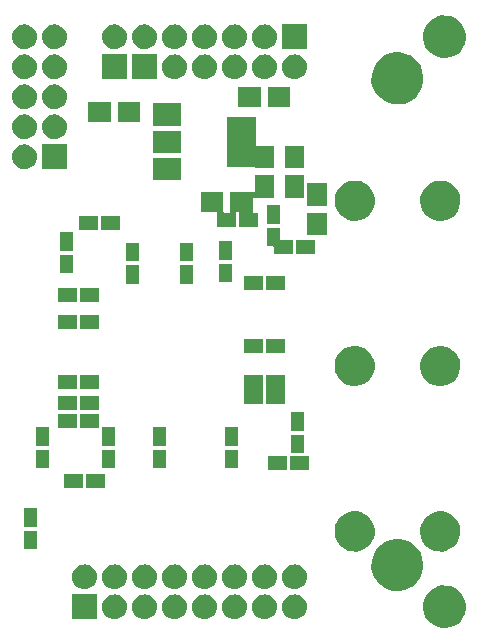
<source format=gts>
G04 #@! TF.FileFunction,Soldermask,Top*
%FSLAX46Y46*%
G04 Gerber Fmt 4.6, Leading zero omitted, Abs format (unit mm)*
G04 Created by KiCad (PCBNEW 4.0.4-stable) date 11/01/17 12:47:17*
%MOMM*%
%LPD*%
G01*
G04 APERTURE LIST*
%ADD10C,0.100000*%
G04 APERTURE END LIST*
D10*
G36*
X155129062Y-120121196D02*
X155474854Y-120192176D01*
X155800267Y-120328967D01*
X156092916Y-120526362D01*
X156341655Y-120776842D01*
X156536997Y-121070858D01*
X156671517Y-121397225D01*
X156739944Y-121742811D01*
X156739944Y-121742828D01*
X156740077Y-121743501D01*
X156734447Y-122146691D01*
X156734295Y-122147359D01*
X156734295Y-122147378D01*
X156656245Y-122490916D01*
X156512666Y-122813400D01*
X156309186Y-123101852D01*
X156053557Y-123345285D01*
X155755504Y-123534434D01*
X155426403Y-123662084D01*
X155078761Y-123723383D01*
X154725841Y-123715990D01*
X154381076Y-123640188D01*
X154057602Y-123498866D01*
X153767738Y-123297406D01*
X153522524Y-123043479D01*
X153331300Y-122746758D01*
X153201353Y-122418548D01*
X153137630Y-122071348D01*
X153142558Y-121718387D01*
X153215951Y-121373101D01*
X153355013Y-121048643D01*
X153554446Y-120757380D01*
X153806653Y-120510400D01*
X154102028Y-120317112D01*
X154429323Y-120184876D01*
X154776071Y-120118730D01*
X155129062Y-120121196D01*
X155129062Y-120121196D01*
G37*
G36*
X127211034Y-120886351D02*
X127211052Y-120886357D01*
X127211132Y-120886365D01*
X127406891Y-120946963D01*
X127587153Y-121044430D01*
X127745049Y-121175053D01*
X127874567Y-121333858D01*
X127970773Y-121514795D01*
X128030003Y-121710973D01*
X128050000Y-121914919D01*
X128050000Y-121925154D01*
X128049927Y-121935685D01*
X128049926Y-121935692D01*
X128049898Y-121939741D01*
X128027055Y-122143388D01*
X127965092Y-122338720D01*
X127866369Y-122518296D01*
X127734647Y-122675277D01*
X127574941Y-122803684D01*
X127393337Y-122898624D01*
X127196750Y-122956483D01*
X127196680Y-122956489D01*
X127196661Y-122956495D01*
X126992675Y-122975059D01*
X126788966Y-122953649D01*
X126788948Y-122953643D01*
X126788868Y-122953635D01*
X126593109Y-122893037D01*
X126412847Y-122795570D01*
X126254951Y-122664947D01*
X126125433Y-122506142D01*
X126029227Y-122325205D01*
X125969997Y-122129027D01*
X125950000Y-121925081D01*
X125950000Y-121914846D01*
X125950073Y-121904315D01*
X125950074Y-121904308D01*
X125950102Y-121900259D01*
X125972945Y-121696612D01*
X126034908Y-121501280D01*
X126133631Y-121321704D01*
X126265353Y-121164723D01*
X126425059Y-121036316D01*
X126606663Y-120941376D01*
X126803250Y-120883517D01*
X126803320Y-120883511D01*
X126803339Y-120883505D01*
X127007325Y-120864941D01*
X127211034Y-120886351D01*
X127211034Y-120886351D01*
G37*
G36*
X137371034Y-120886351D02*
X137371052Y-120886357D01*
X137371132Y-120886365D01*
X137566891Y-120946963D01*
X137747153Y-121044430D01*
X137905049Y-121175053D01*
X138034567Y-121333858D01*
X138130773Y-121514795D01*
X138190003Y-121710973D01*
X138210000Y-121914919D01*
X138210000Y-121925154D01*
X138209927Y-121935685D01*
X138209926Y-121935692D01*
X138209898Y-121939741D01*
X138187055Y-122143388D01*
X138125092Y-122338720D01*
X138026369Y-122518296D01*
X137894647Y-122675277D01*
X137734941Y-122803684D01*
X137553337Y-122898624D01*
X137356750Y-122956483D01*
X137356680Y-122956489D01*
X137356661Y-122956495D01*
X137152675Y-122975059D01*
X136948966Y-122953649D01*
X136948948Y-122953643D01*
X136948868Y-122953635D01*
X136753109Y-122893037D01*
X136572847Y-122795570D01*
X136414951Y-122664947D01*
X136285433Y-122506142D01*
X136189227Y-122325205D01*
X136129997Y-122129027D01*
X136110000Y-121925081D01*
X136110000Y-121914846D01*
X136110073Y-121904315D01*
X136110074Y-121904308D01*
X136110102Y-121900259D01*
X136132945Y-121696612D01*
X136194908Y-121501280D01*
X136293631Y-121321704D01*
X136425353Y-121164723D01*
X136585059Y-121036316D01*
X136766663Y-120941376D01*
X136963250Y-120883517D01*
X136963320Y-120883511D01*
X136963339Y-120883505D01*
X137167325Y-120864941D01*
X137371034Y-120886351D01*
X137371034Y-120886351D01*
G37*
G36*
X129751034Y-120886351D02*
X129751052Y-120886357D01*
X129751132Y-120886365D01*
X129946891Y-120946963D01*
X130127153Y-121044430D01*
X130285049Y-121175053D01*
X130414567Y-121333858D01*
X130510773Y-121514795D01*
X130570003Y-121710973D01*
X130590000Y-121914919D01*
X130590000Y-121925154D01*
X130589927Y-121935685D01*
X130589926Y-121935692D01*
X130589898Y-121939741D01*
X130567055Y-122143388D01*
X130505092Y-122338720D01*
X130406369Y-122518296D01*
X130274647Y-122675277D01*
X130114941Y-122803684D01*
X129933337Y-122898624D01*
X129736750Y-122956483D01*
X129736680Y-122956489D01*
X129736661Y-122956495D01*
X129532675Y-122975059D01*
X129328966Y-122953649D01*
X129328948Y-122953643D01*
X129328868Y-122953635D01*
X129133109Y-122893037D01*
X128952847Y-122795570D01*
X128794951Y-122664947D01*
X128665433Y-122506142D01*
X128569227Y-122325205D01*
X128509997Y-122129027D01*
X128490000Y-121925081D01*
X128490000Y-121914846D01*
X128490073Y-121904315D01*
X128490074Y-121904308D01*
X128490102Y-121900259D01*
X128512945Y-121696612D01*
X128574908Y-121501280D01*
X128673631Y-121321704D01*
X128805353Y-121164723D01*
X128965059Y-121036316D01*
X129146663Y-120941376D01*
X129343250Y-120883517D01*
X129343320Y-120883511D01*
X129343339Y-120883505D01*
X129547325Y-120864941D01*
X129751034Y-120886351D01*
X129751034Y-120886351D01*
G37*
G36*
X132291034Y-120886351D02*
X132291052Y-120886357D01*
X132291132Y-120886365D01*
X132486891Y-120946963D01*
X132667153Y-121044430D01*
X132825049Y-121175053D01*
X132954567Y-121333858D01*
X133050773Y-121514795D01*
X133110003Y-121710973D01*
X133130000Y-121914919D01*
X133130000Y-121925154D01*
X133129927Y-121935685D01*
X133129926Y-121935692D01*
X133129898Y-121939741D01*
X133107055Y-122143388D01*
X133045092Y-122338720D01*
X132946369Y-122518296D01*
X132814647Y-122675277D01*
X132654941Y-122803684D01*
X132473337Y-122898624D01*
X132276750Y-122956483D01*
X132276680Y-122956489D01*
X132276661Y-122956495D01*
X132072675Y-122975059D01*
X131868966Y-122953649D01*
X131868948Y-122953643D01*
X131868868Y-122953635D01*
X131673109Y-122893037D01*
X131492847Y-122795570D01*
X131334951Y-122664947D01*
X131205433Y-122506142D01*
X131109227Y-122325205D01*
X131049997Y-122129027D01*
X131030000Y-121925081D01*
X131030000Y-121914846D01*
X131030073Y-121904315D01*
X131030074Y-121904308D01*
X131030102Y-121900259D01*
X131052945Y-121696612D01*
X131114908Y-121501280D01*
X131213631Y-121321704D01*
X131345353Y-121164723D01*
X131505059Y-121036316D01*
X131686663Y-120941376D01*
X131883250Y-120883517D01*
X131883320Y-120883511D01*
X131883339Y-120883505D01*
X132087325Y-120864941D01*
X132291034Y-120886351D01*
X132291034Y-120886351D01*
G37*
G36*
X139911034Y-120886351D02*
X139911052Y-120886357D01*
X139911132Y-120886365D01*
X140106891Y-120946963D01*
X140287153Y-121044430D01*
X140445049Y-121175053D01*
X140574567Y-121333858D01*
X140670773Y-121514795D01*
X140730003Y-121710973D01*
X140750000Y-121914919D01*
X140750000Y-121925154D01*
X140749927Y-121935685D01*
X140749926Y-121935692D01*
X140749898Y-121939741D01*
X140727055Y-122143388D01*
X140665092Y-122338720D01*
X140566369Y-122518296D01*
X140434647Y-122675277D01*
X140274941Y-122803684D01*
X140093337Y-122898624D01*
X139896750Y-122956483D01*
X139896680Y-122956489D01*
X139896661Y-122956495D01*
X139692675Y-122975059D01*
X139488966Y-122953649D01*
X139488948Y-122953643D01*
X139488868Y-122953635D01*
X139293109Y-122893037D01*
X139112847Y-122795570D01*
X138954951Y-122664947D01*
X138825433Y-122506142D01*
X138729227Y-122325205D01*
X138669997Y-122129027D01*
X138650000Y-121925081D01*
X138650000Y-121914846D01*
X138650073Y-121904315D01*
X138650074Y-121904308D01*
X138650102Y-121900259D01*
X138672945Y-121696612D01*
X138734908Y-121501280D01*
X138833631Y-121321704D01*
X138965353Y-121164723D01*
X139125059Y-121036316D01*
X139306663Y-120941376D01*
X139503250Y-120883517D01*
X139503320Y-120883511D01*
X139503339Y-120883505D01*
X139707325Y-120864941D01*
X139911034Y-120886351D01*
X139911034Y-120886351D01*
G37*
G36*
X134831034Y-120886351D02*
X134831052Y-120886357D01*
X134831132Y-120886365D01*
X135026891Y-120946963D01*
X135207153Y-121044430D01*
X135365049Y-121175053D01*
X135494567Y-121333858D01*
X135590773Y-121514795D01*
X135650003Y-121710973D01*
X135670000Y-121914919D01*
X135670000Y-121925154D01*
X135669927Y-121935685D01*
X135669926Y-121935692D01*
X135669898Y-121939741D01*
X135647055Y-122143388D01*
X135585092Y-122338720D01*
X135486369Y-122518296D01*
X135354647Y-122675277D01*
X135194941Y-122803684D01*
X135013337Y-122898624D01*
X134816750Y-122956483D01*
X134816680Y-122956489D01*
X134816661Y-122956495D01*
X134612675Y-122975059D01*
X134408966Y-122953649D01*
X134408948Y-122953643D01*
X134408868Y-122953635D01*
X134213109Y-122893037D01*
X134032847Y-122795570D01*
X133874951Y-122664947D01*
X133745433Y-122506142D01*
X133649227Y-122325205D01*
X133589997Y-122129027D01*
X133570000Y-121925081D01*
X133570000Y-121914846D01*
X133570073Y-121904315D01*
X133570074Y-121904308D01*
X133570102Y-121900259D01*
X133592945Y-121696612D01*
X133654908Y-121501280D01*
X133753631Y-121321704D01*
X133885353Y-121164723D01*
X134045059Y-121036316D01*
X134226663Y-120941376D01*
X134423250Y-120883517D01*
X134423320Y-120883511D01*
X134423339Y-120883505D01*
X134627325Y-120864941D01*
X134831034Y-120886351D01*
X134831034Y-120886351D01*
G37*
G36*
X142451034Y-120886351D02*
X142451052Y-120886357D01*
X142451132Y-120886365D01*
X142646891Y-120946963D01*
X142827153Y-121044430D01*
X142985049Y-121175053D01*
X143114567Y-121333858D01*
X143210773Y-121514795D01*
X143270003Y-121710973D01*
X143290000Y-121914919D01*
X143290000Y-121925154D01*
X143289927Y-121935685D01*
X143289926Y-121935692D01*
X143289898Y-121939741D01*
X143267055Y-122143388D01*
X143205092Y-122338720D01*
X143106369Y-122518296D01*
X142974647Y-122675277D01*
X142814941Y-122803684D01*
X142633337Y-122898624D01*
X142436750Y-122956483D01*
X142436680Y-122956489D01*
X142436661Y-122956495D01*
X142232675Y-122975059D01*
X142028966Y-122953649D01*
X142028948Y-122953643D01*
X142028868Y-122953635D01*
X141833109Y-122893037D01*
X141652847Y-122795570D01*
X141494951Y-122664947D01*
X141365433Y-122506142D01*
X141269227Y-122325205D01*
X141209997Y-122129027D01*
X141190000Y-121925081D01*
X141190000Y-121914846D01*
X141190073Y-121904315D01*
X141190074Y-121904308D01*
X141190102Y-121900259D01*
X141212945Y-121696612D01*
X141274908Y-121501280D01*
X141373631Y-121321704D01*
X141505353Y-121164723D01*
X141665059Y-121036316D01*
X141846663Y-120941376D01*
X142043250Y-120883517D01*
X142043320Y-120883511D01*
X142043339Y-120883505D01*
X142247325Y-120864941D01*
X142451034Y-120886351D01*
X142451034Y-120886351D01*
G37*
G36*
X125510000Y-122970000D02*
X123410000Y-122970000D01*
X123410000Y-120870000D01*
X125510000Y-120870000D01*
X125510000Y-122970000D01*
X125510000Y-122970000D01*
G37*
G36*
X151196076Y-116191462D02*
X151618709Y-116278215D01*
X152016438Y-116445405D01*
X152374123Y-116686666D01*
X152678131Y-116992804D01*
X152916886Y-117352161D01*
X153081298Y-117751052D01*
X153164962Y-118173589D01*
X153164962Y-118173611D01*
X153165094Y-118174279D01*
X153158213Y-118667067D01*
X153158062Y-118667730D01*
X153158062Y-118667754D01*
X153062633Y-119087787D01*
X152887146Y-119481937D01*
X152638452Y-119834482D01*
X152326013Y-120132015D01*
X151961728Y-120363196D01*
X151559491Y-120519214D01*
X151134598Y-120594135D01*
X150703250Y-120585098D01*
X150281871Y-120492452D01*
X149886513Y-120319725D01*
X149532235Y-120073495D01*
X149232529Y-119763141D01*
X148998812Y-119400482D01*
X148839987Y-118999336D01*
X148762103Y-118574981D01*
X148768127Y-118143584D01*
X148857829Y-117721567D01*
X149027794Y-117325009D01*
X149271545Y-116969021D01*
X149579799Y-116667156D01*
X149940813Y-116430915D01*
X150340839Y-116269294D01*
X150764642Y-116188449D01*
X151196076Y-116191462D01*
X151196076Y-116191462D01*
G37*
G36*
X142451034Y-118346351D02*
X142451052Y-118346357D01*
X142451132Y-118346365D01*
X142646891Y-118406963D01*
X142827153Y-118504430D01*
X142985049Y-118635053D01*
X143114567Y-118793858D01*
X143210773Y-118974795D01*
X143270003Y-119170973D01*
X143290000Y-119374919D01*
X143290000Y-119385154D01*
X143289927Y-119395685D01*
X143289926Y-119395692D01*
X143289898Y-119399741D01*
X143267055Y-119603388D01*
X143205092Y-119798720D01*
X143106369Y-119978296D01*
X142974647Y-120135277D01*
X142814941Y-120263684D01*
X142633337Y-120358624D01*
X142436750Y-120416483D01*
X142436680Y-120416489D01*
X142436661Y-120416495D01*
X142232675Y-120435059D01*
X142028966Y-120413649D01*
X142028948Y-120413643D01*
X142028868Y-120413635D01*
X141833109Y-120353037D01*
X141652847Y-120255570D01*
X141494951Y-120124947D01*
X141365433Y-119966142D01*
X141269227Y-119785205D01*
X141209997Y-119589027D01*
X141190000Y-119385081D01*
X141190000Y-119374846D01*
X141190073Y-119364315D01*
X141190074Y-119364308D01*
X141190102Y-119360259D01*
X141212945Y-119156612D01*
X141274908Y-118961280D01*
X141373631Y-118781704D01*
X141505353Y-118624723D01*
X141665059Y-118496316D01*
X141846663Y-118401376D01*
X142043250Y-118343517D01*
X142043320Y-118343511D01*
X142043339Y-118343505D01*
X142247325Y-118324941D01*
X142451034Y-118346351D01*
X142451034Y-118346351D01*
G37*
G36*
X137371034Y-118346351D02*
X137371052Y-118346357D01*
X137371132Y-118346365D01*
X137566891Y-118406963D01*
X137747153Y-118504430D01*
X137905049Y-118635053D01*
X138034567Y-118793858D01*
X138130773Y-118974795D01*
X138190003Y-119170973D01*
X138210000Y-119374919D01*
X138210000Y-119385154D01*
X138209927Y-119395685D01*
X138209926Y-119395692D01*
X138209898Y-119399741D01*
X138187055Y-119603388D01*
X138125092Y-119798720D01*
X138026369Y-119978296D01*
X137894647Y-120135277D01*
X137734941Y-120263684D01*
X137553337Y-120358624D01*
X137356750Y-120416483D01*
X137356680Y-120416489D01*
X137356661Y-120416495D01*
X137152675Y-120435059D01*
X136948966Y-120413649D01*
X136948948Y-120413643D01*
X136948868Y-120413635D01*
X136753109Y-120353037D01*
X136572847Y-120255570D01*
X136414951Y-120124947D01*
X136285433Y-119966142D01*
X136189227Y-119785205D01*
X136129997Y-119589027D01*
X136110000Y-119385081D01*
X136110000Y-119374846D01*
X136110073Y-119364315D01*
X136110074Y-119364308D01*
X136110102Y-119360259D01*
X136132945Y-119156612D01*
X136194908Y-118961280D01*
X136293631Y-118781704D01*
X136425353Y-118624723D01*
X136585059Y-118496316D01*
X136766663Y-118401376D01*
X136963250Y-118343517D01*
X136963320Y-118343511D01*
X136963339Y-118343505D01*
X137167325Y-118324941D01*
X137371034Y-118346351D01*
X137371034Y-118346351D01*
G37*
G36*
X139911034Y-118346351D02*
X139911052Y-118346357D01*
X139911132Y-118346365D01*
X140106891Y-118406963D01*
X140287153Y-118504430D01*
X140445049Y-118635053D01*
X140574567Y-118793858D01*
X140670773Y-118974795D01*
X140730003Y-119170973D01*
X140750000Y-119374919D01*
X140750000Y-119385154D01*
X140749927Y-119395685D01*
X140749926Y-119395692D01*
X140749898Y-119399741D01*
X140727055Y-119603388D01*
X140665092Y-119798720D01*
X140566369Y-119978296D01*
X140434647Y-120135277D01*
X140274941Y-120263684D01*
X140093337Y-120358624D01*
X139896750Y-120416483D01*
X139896680Y-120416489D01*
X139896661Y-120416495D01*
X139692675Y-120435059D01*
X139488966Y-120413649D01*
X139488948Y-120413643D01*
X139488868Y-120413635D01*
X139293109Y-120353037D01*
X139112847Y-120255570D01*
X138954951Y-120124947D01*
X138825433Y-119966142D01*
X138729227Y-119785205D01*
X138669997Y-119589027D01*
X138650000Y-119385081D01*
X138650000Y-119374846D01*
X138650073Y-119364315D01*
X138650074Y-119364308D01*
X138650102Y-119360259D01*
X138672945Y-119156612D01*
X138734908Y-118961280D01*
X138833631Y-118781704D01*
X138965353Y-118624723D01*
X139125059Y-118496316D01*
X139306663Y-118401376D01*
X139503250Y-118343517D01*
X139503320Y-118343511D01*
X139503339Y-118343505D01*
X139707325Y-118324941D01*
X139911034Y-118346351D01*
X139911034Y-118346351D01*
G37*
G36*
X134831034Y-118346351D02*
X134831052Y-118346357D01*
X134831132Y-118346365D01*
X135026891Y-118406963D01*
X135207153Y-118504430D01*
X135365049Y-118635053D01*
X135494567Y-118793858D01*
X135590773Y-118974795D01*
X135650003Y-119170973D01*
X135670000Y-119374919D01*
X135670000Y-119385154D01*
X135669927Y-119395685D01*
X135669926Y-119395692D01*
X135669898Y-119399741D01*
X135647055Y-119603388D01*
X135585092Y-119798720D01*
X135486369Y-119978296D01*
X135354647Y-120135277D01*
X135194941Y-120263684D01*
X135013337Y-120358624D01*
X134816750Y-120416483D01*
X134816680Y-120416489D01*
X134816661Y-120416495D01*
X134612675Y-120435059D01*
X134408966Y-120413649D01*
X134408948Y-120413643D01*
X134408868Y-120413635D01*
X134213109Y-120353037D01*
X134032847Y-120255570D01*
X133874951Y-120124947D01*
X133745433Y-119966142D01*
X133649227Y-119785205D01*
X133589997Y-119589027D01*
X133570000Y-119385081D01*
X133570000Y-119374846D01*
X133570073Y-119364315D01*
X133570074Y-119364308D01*
X133570102Y-119360259D01*
X133592945Y-119156612D01*
X133654908Y-118961280D01*
X133753631Y-118781704D01*
X133885353Y-118624723D01*
X134045059Y-118496316D01*
X134226663Y-118401376D01*
X134423250Y-118343517D01*
X134423320Y-118343511D01*
X134423339Y-118343505D01*
X134627325Y-118324941D01*
X134831034Y-118346351D01*
X134831034Y-118346351D01*
G37*
G36*
X132291034Y-118346351D02*
X132291052Y-118346357D01*
X132291132Y-118346365D01*
X132486891Y-118406963D01*
X132667153Y-118504430D01*
X132825049Y-118635053D01*
X132954567Y-118793858D01*
X133050773Y-118974795D01*
X133110003Y-119170973D01*
X133130000Y-119374919D01*
X133130000Y-119385154D01*
X133129927Y-119395685D01*
X133129926Y-119395692D01*
X133129898Y-119399741D01*
X133107055Y-119603388D01*
X133045092Y-119798720D01*
X132946369Y-119978296D01*
X132814647Y-120135277D01*
X132654941Y-120263684D01*
X132473337Y-120358624D01*
X132276750Y-120416483D01*
X132276680Y-120416489D01*
X132276661Y-120416495D01*
X132072675Y-120435059D01*
X131868966Y-120413649D01*
X131868948Y-120413643D01*
X131868868Y-120413635D01*
X131673109Y-120353037D01*
X131492847Y-120255570D01*
X131334951Y-120124947D01*
X131205433Y-119966142D01*
X131109227Y-119785205D01*
X131049997Y-119589027D01*
X131030000Y-119385081D01*
X131030000Y-119374846D01*
X131030073Y-119364315D01*
X131030074Y-119364308D01*
X131030102Y-119360259D01*
X131052945Y-119156612D01*
X131114908Y-118961280D01*
X131213631Y-118781704D01*
X131345353Y-118624723D01*
X131505059Y-118496316D01*
X131686663Y-118401376D01*
X131883250Y-118343517D01*
X131883320Y-118343511D01*
X131883339Y-118343505D01*
X132087325Y-118324941D01*
X132291034Y-118346351D01*
X132291034Y-118346351D01*
G37*
G36*
X129751034Y-118346351D02*
X129751052Y-118346357D01*
X129751132Y-118346365D01*
X129946891Y-118406963D01*
X130127153Y-118504430D01*
X130285049Y-118635053D01*
X130414567Y-118793858D01*
X130510773Y-118974795D01*
X130570003Y-119170973D01*
X130590000Y-119374919D01*
X130590000Y-119385154D01*
X130589927Y-119395685D01*
X130589926Y-119395692D01*
X130589898Y-119399741D01*
X130567055Y-119603388D01*
X130505092Y-119798720D01*
X130406369Y-119978296D01*
X130274647Y-120135277D01*
X130114941Y-120263684D01*
X129933337Y-120358624D01*
X129736750Y-120416483D01*
X129736680Y-120416489D01*
X129736661Y-120416495D01*
X129532675Y-120435059D01*
X129328966Y-120413649D01*
X129328948Y-120413643D01*
X129328868Y-120413635D01*
X129133109Y-120353037D01*
X128952847Y-120255570D01*
X128794951Y-120124947D01*
X128665433Y-119966142D01*
X128569227Y-119785205D01*
X128509997Y-119589027D01*
X128490000Y-119385081D01*
X128490000Y-119374846D01*
X128490073Y-119364315D01*
X128490074Y-119364308D01*
X128490102Y-119360259D01*
X128512945Y-119156612D01*
X128574908Y-118961280D01*
X128673631Y-118781704D01*
X128805353Y-118624723D01*
X128965059Y-118496316D01*
X129146663Y-118401376D01*
X129343250Y-118343517D01*
X129343320Y-118343511D01*
X129343339Y-118343505D01*
X129547325Y-118324941D01*
X129751034Y-118346351D01*
X129751034Y-118346351D01*
G37*
G36*
X127211034Y-118346351D02*
X127211052Y-118346357D01*
X127211132Y-118346365D01*
X127406891Y-118406963D01*
X127587153Y-118504430D01*
X127745049Y-118635053D01*
X127874567Y-118793858D01*
X127970773Y-118974795D01*
X128030003Y-119170973D01*
X128050000Y-119374919D01*
X128050000Y-119385154D01*
X128049927Y-119395685D01*
X128049926Y-119395692D01*
X128049898Y-119399741D01*
X128027055Y-119603388D01*
X127965092Y-119798720D01*
X127866369Y-119978296D01*
X127734647Y-120135277D01*
X127574941Y-120263684D01*
X127393337Y-120358624D01*
X127196750Y-120416483D01*
X127196680Y-120416489D01*
X127196661Y-120416495D01*
X126992675Y-120435059D01*
X126788966Y-120413649D01*
X126788948Y-120413643D01*
X126788868Y-120413635D01*
X126593109Y-120353037D01*
X126412847Y-120255570D01*
X126254951Y-120124947D01*
X126125433Y-119966142D01*
X126029227Y-119785205D01*
X125969997Y-119589027D01*
X125950000Y-119385081D01*
X125950000Y-119374846D01*
X125950073Y-119364315D01*
X125950074Y-119364308D01*
X125950102Y-119360259D01*
X125972945Y-119156612D01*
X126034908Y-118961280D01*
X126133631Y-118781704D01*
X126265353Y-118624723D01*
X126425059Y-118496316D01*
X126606663Y-118401376D01*
X126803250Y-118343517D01*
X126803320Y-118343511D01*
X126803339Y-118343505D01*
X127007325Y-118324941D01*
X127211034Y-118346351D01*
X127211034Y-118346351D01*
G37*
G36*
X124671034Y-118346351D02*
X124671052Y-118346357D01*
X124671132Y-118346365D01*
X124866891Y-118406963D01*
X125047153Y-118504430D01*
X125205049Y-118635053D01*
X125334567Y-118793858D01*
X125430773Y-118974795D01*
X125490003Y-119170973D01*
X125510000Y-119374919D01*
X125510000Y-119385154D01*
X125509927Y-119395685D01*
X125509926Y-119395692D01*
X125509898Y-119399741D01*
X125487055Y-119603388D01*
X125425092Y-119798720D01*
X125326369Y-119978296D01*
X125194647Y-120135277D01*
X125034941Y-120263684D01*
X124853337Y-120358624D01*
X124656750Y-120416483D01*
X124656680Y-120416489D01*
X124656661Y-120416495D01*
X124452675Y-120435059D01*
X124248966Y-120413649D01*
X124248948Y-120413643D01*
X124248868Y-120413635D01*
X124053109Y-120353037D01*
X123872847Y-120255570D01*
X123714951Y-120124947D01*
X123585433Y-119966142D01*
X123489227Y-119785205D01*
X123429997Y-119589027D01*
X123410000Y-119385081D01*
X123410000Y-119374846D01*
X123410073Y-119364315D01*
X123410074Y-119364308D01*
X123410102Y-119360259D01*
X123432945Y-119156612D01*
X123494908Y-118961280D01*
X123593631Y-118781704D01*
X123725353Y-118624723D01*
X123885059Y-118496316D01*
X124066663Y-118401376D01*
X124263250Y-118343517D01*
X124263320Y-118343511D01*
X124263339Y-118343505D01*
X124467325Y-118324941D01*
X124671034Y-118346351D01*
X124671034Y-118346351D01*
G37*
G36*
X147518559Y-113841129D02*
X147845140Y-113908166D01*
X148152475Y-114037358D01*
X148428869Y-114223788D01*
X148663783Y-114460348D01*
X148848275Y-114738033D01*
X148975322Y-115046272D01*
X149039940Y-115372614D01*
X149039940Y-115372633D01*
X149040073Y-115373306D01*
X149034756Y-115754097D01*
X149034604Y-115754765D01*
X149034604Y-115754784D01*
X148960898Y-116079203D01*
X148825298Y-116383763D01*
X148633120Y-116656194D01*
X148391692Y-116886101D01*
X148110200Y-117064743D01*
X147799379Y-117185302D01*
X147471052Y-117243195D01*
X147137739Y-117236213D01*
X146812127Y-117164622D01*
X146506624Y-117031152D01*
X146232864Y-116840883D01*
X146001273Y-116601064D01*
X145820674Y-116320828D01*
X145697943Y-116010849D01*
X145637761Y-115682941D01*
X145642416Y-115349588D01*
X145711731Y-115023484D01*
X145843068Y-114717052D01*
X146031422Y-114441970D01*
X146269614Y-114208714D01*
X146548586Y-114026160D01*
X146857693Y-113901272D01*
X147185178Y-113838801D01*
X147518559Y-113841129D01*
X147518559Y-113841129D01*
G37*
G36*
X154768559Y-113841129D02*
X155095140Y-113908166D01*
X155402475Y-114037358D01*
X155678869Y-114223788D01*
X155913783Y-114460348D01*
X156098275Y-114738033D01*
X156225322Y-115046272D01*
X156289940Y-115372614D01*
X156289940Y-115372633D01*
X156290073Y-115373306D01*
X156284756Y-115754097D01*
X156284604Y-115754765D01*
X156284604Y-115754784D01*
X156210898Y-116079203D01*
X156075298Y-116383763D01*
X155883120Y-116656194D01*
X155641692Y-116886101D01*
X155360200Y-117064743D01*
X155049379Y-117185302D01*
X154721052Y-117243195D01*
X154387739Y-117236213D01*
X154062127Y-117164622D01*
X153756624Y-117031152D01*
X153482864Y-116840883D01*
X153251273Y-116601064D01*
X153070674Y-116320828D01*
X152947943Y-116010849D01*
X152887761Y-115682941D01*
X152892416Y-115349588D01*
X152961731Y-115023484D01*
X153093068Y-114717052D01*
X153281422Y-114441970D01*
X153519614Y-114208714D01*
X153798586Y-114026160D01*
X154107693Y-113901272D01*
X154435178Y-113838801D01*
X154768559Y-113841129D01*
X154768559Y-113841129D01*
G37*
G36*
X120463000Y-117066000D02*
X119313000Y-117066000D01*
X119313000Y-115466000D01*
X120463000Y-115466000D01*
X120463000Y-117066000D01*
X120463000Y-117066000D01*
G37*
G36*
X120463000Y-115166000D02*
X119313000Y-115166000D01*
X119313000Y-113566000D01*
X120463000Y-113566000D01*
X120463000Y-115166000D01*
X120463000Y-115166000D01*
G37*
G36*
X124310000Y-111827000D02*
X122710000Y-111827000D01*
X122710000Y-110677000D01*
X124310000Y-110677000D01*
X124310000Y-111827000D01*
X124310000Y-111827000D01*
G37*
G36*
X126210000Y-111827000D02*
X124610000Y-111827000D01*
X124610000Y-110677000D01*
X126210000Y-110677000D01*
X126210000Y-111827000D01*
X126210000Y-111827000D01*
G37*
G36*
X141582000Y-110303000D02*
X139982000Y-110303000D01*
X139982000Y-109153000D01*
X141582000Y-109153000D01*
X141582000Y-110303000D01*
X141582000Y-110303000D01*
G37*
G36*
X143482000Y-110303000D02*
X141882000Y-110303000D01*
X141882000Y-109153000D01*
X143482000Y-109153000D01*
X143482000Y-110303000D01*
X143482000Y-110303000D01*
G37*
G36*
X121479000Y-110208000D02*
X120329000Y-110208000D01*
X120329000Y-108608000D01*
X121479000Y-108608000D01*
X121479000Y-110208000D01*
X121479000Y-110208000D01*
G37*
G36*
X131385000Y-110208000D02*
X130235000Y-110208000D01*
X130235000Y-108608000D01*
X131385000Y-108608000D01*
X131385000Y-110208000D01*
X131385000Y-110208000D01*
G37*
G36*
X127067000Y-110208000D02*
X125917000Y-110208000D01*
X125917000Y-108608000D01*
X127067000Y-108608000D01*
X127067000Y-110208000D01*
X127067000Y-110208000D01*
G37*
G36*
X137481000Y-110208000D02*
X136331000Y-110208000D01*
X136331000Y-108608000D01*
X137481000Y-108608000D01*
X137481000Y-110208000D01*
X137481000Y-110208000D01*
G37*
G36*
X143069000Y-108938000D02*
X141919000Y-108938000D01*
X141919000Y-107338000D01*
X143069000Y-107338000D01*
X143069000Y-108938000D01*
X143069000Y-108938000D01*
G37*
G36*
X121479000Y-108308000D02*
X120329000Y-108308000D01*
X120329000Y-106708000D01*
X121479000Y-106708000D01*
X121479000Y-108308000D01*
X121479000Y-108308000D01*
G37*
G36*
X131385000Y-108308000D02*
X130235000Y-108308000D01*
X130235000Y-106708000D01*
X131385000Y-106708000D01*
X131385000Y-108308000D01*
X131385000Y-108308000D01*
G37*
G36*
X137481000Y-108308000D02*
X136331000Y-108308000D01*
X136331000Y-106708000D01*
X137481000Y-106708000D01*
X137481000Y-108308000D01*
X137481000Y-108308000D01*
G37*
G36*
X127067000Y-108308000D02*
X125917000Y-108308000D01*
X125917000Y-106708000D01*
X127067000Y-106708000D01*
X127067000Y-108308000D01*
X127067000Y-108308000D01*
G37*
G36*
X143069000Y-107038000D02*
X141919000Y-107038000D01*
X141919000Y-105438000D01*
X143069000Y-105438000D01*
X143069000Y-107038000D01*
X143069000Y-107038000D01*
G37*
G36*
X123802000Y-106747000D02*
X122202000Y-106747000D01*
X122202000Y-105597000D01*
X123802000Y-105597000D01*
X123802000Y-106747000D01*
X123802000Y-106747000D01*
G37*
G36*
X125702000Y-106747000D02*
X124102000Y-106747000D01*
X124102000Y-105597000D01*
X125702000Y-105597000D01*
X125702000Y-106747000D01*
X125702000Y-106747000D01*
G37*
G36*
X125702000Y-105223000D02*
X124102000Y-105223000D01*
X124102000Y-104073000D01*
X125702000Y-104073000D01*
X125702000Y-105223000D01*
X125702000Y-105223000D01*
G37*
G36*
X123802000Y-105223000D02*
X122202000Y-105223000D01*
X122202000Y-104073000D01*
X123802000Y-104073000D01*
X123802000Y-105223000D01*
X123802000Y-105223000D01*
G37*
G36*
X141450000Y-104715000D02*
X139850000Y-104715000D01*
X139850000Y-102295000D01*
X141450000Y-102295000D01*
X141450000Y-104715000D01*
X141450000Y-104715000D01*
G37*
G36*
X139550000Y-104715000D02*
X137950000Y-104715000D01*
X137950000Y-102295000D01*
X139550000Y-102295000D01*
X139550000Y-104715000D01*
X139550000Y-104715000D01*
G37*
G36*
X123802000Y-103445000D02*
X122202000Y-103445000D01*
X122202000Y-102295000D01*
X123802000Y-102295000D01*
X123802000Y-103445000D01*
X123802000Y-103445000D01*
G37*
G36*
X125702000Y-103445000D02*
X124102000Y-103445000D01*
X124102000Y-102295000D01*
X125702000Y-102295000D01*
X125702000Y-103445000D01*
X125702000Y-103445000D01*
G37*
G36*
X147518559Y-99841129D02*
X147845140Y-99908166D01*
X148152475Y-100037358D01*
X148428869Y-100223788D01*
X148663783Y-100460348D01*
X148848275Y-100738033D01*
X148975322Y-101046272D01*
X149039940Y-101372614D01*
X149039940Y-101372633D01*
X149040073Y-101373306D01*
X149034756Y-101754097D01*
X149034604Y-101754765D01*
X149034604Y-101754784D01*
X148960898Y-102079203D01*
X148825298Y-102383763D01*
X148633120Y-102656194D01*
X148391692Y-102886101D01*
X148110200Y-103064743D01*
X147799379Y-103185302D01*
X147471052Y-103243195D01*
X147137739Y-103236213D01*
X146812127Y-103164622D01*
X146506624Y-103031152D01*
X146232864Y-102840883D01*
X146001273Y-102601064D01*
X145820674Y-102320828D01*
X145697943Y-102010849D01*
X145637761Y-101682941D01*
X145642416Y-101349588D01*
X145711731Y-101023484D01*
X145843068Y-100717052D01*
X146031422Y-100441970D01*
X146269614Y-100208714D01*
X146548586Y-100026160D01*
X146857693Y-99901272D01*
X147185178Y-99838801D01*
X147518559Y-99841129D01*
X147518559Y-99841129D01*
G37*
G36*
X154768559Y-99841129D02*
X155095140Y-99908166D01*
X155402475Y-100037358D01*
X155678869Y-100223788D01*
X155913783Y-100460348D01*
X156098275Y-100738033D01*
X156225322Y-101046272D01*
X156289940Y-101372614D01*
X156289940Y-101372633D01*
X156290073Y-101373306D01*
X156284756Y-101754097D01*
X156284604Y-101754765D01*
X156284604Y-101754784D01*
X156210898Y-102079203D01*
X156075298Y-102383763D01*
X155883120Y-102656194D01*
X155641692Y-102886101D01*
X155360200Y-103064743D01*
X155049379Y-103185302D01*
X154721052Y-103243195D01*
X154387739Y-103236213D01*
X154062127Y-103164622D01*
X153756624Y-103031152D01*
X153482864Y-102840883D01*
X153251273Y-102601064D01*
X153070674Y-102320828D01*
X152947943Y-102010849D01*
X152887761Y-101682941D01*
X152892416Y-101349588D01*
X152961731Y-101023484D01*
X153093068Y-100717052D01*
X153281422Y-100441970D01*
X153519614Y-100208714D01*
X153798586Y-100026160D01*
X154107693Y-99901272D01*
X154435178Y-99838801D01*
X154768559Y-99841129D01*
X154768559Y-99841129D01*
G37*
G36*
X141450000Y-100397000D02*
X139850000Y-100397000D01*
X139850000Y-99247000D01*
X141450000Y-99247000D01*
X141450000Y-100397000D01*
X141450000Y-100397000D01*
G37*
G36*
X139550000Y-100397000D02*
X137950000Y-100397000D01*
X137950000Y-99247000D01*
X139550000Y-99247000D01*
X139550000Y-100397000D01*
X139550000Y-100397000D01*
G37*
G36*
X125702000Y-98365000D02*
X124102000Y-98365000D01*
X124102000Y-97215000D01*
X125702000Y-97215000D01*
X125702000Y-98365000D01*
X125702000Y-98365000D01*
G37*
G36*
X123802000Y-98365000D02*
X122202000Y-98365000D01*
X122202000Y-97215000D01*
X123802000Y-97215000D01*
X123802000Y-98365000D01*
X123802000Y-98365000D01*
G37*
G36*
X125702000Y-96079000D02*
X124102000Y-96079000D01*
X124102000Y-94929000D01*
X125702000Y-94929000D01*
X125702000Y-96079000D01*
X125702000Y-96079000D01*
G37*
G36*
X123802000Y-96079000D02*
X122202000Y-96079000D01*
X122202000Y-94929000D01*
X123802000Y-94929000D01*
X123802000Y-96079000D01*
X123802000Y-96079000D01*
G37*
G36*
X141450000Y-95063000D02*
X139850000Y-95063000D01*
X139850000Y-93913000D01*
X141450000Y-93913000D01*
X141450000Y-95063000D01*
X141450000Y-95063000D01*
G37*
G36*
X139550000Y-95063000D02*
X137950000Y-95063000D01*
X137950000Y-93913000D01*
X139550000Y-93913000D01*
X139550000Y-95063000D01*
X139550000Y-95063000D01*
G37*
G36*
X133671000Y-94587000D02*
X132521000Y-94587000D01*
X132521000Y-92987000D01*
X133671000Y-92987000D01*
X133671000Y-94587000D01*
X133671000Y-94587000D01*
G37*
G36*
X129099000Y-94587000D02*
X127949000Y-94587000D01*
X127949000Y-92987000D01*
X129099000Y-92987000D01*
X129099000Y-94587000D01*
X129099000Y-94587000D01*
G37*
G36*
X136973000Y-94460000D02*
X135823000Y-94460000D01*
X135823000Y-92860000D01*
X136973000Y-92860000D01*
X136973000Y-94460000D01*
X136973000Y-94460000D01*
G37*
G36*
X123511000Y-93698000D02*
X122361000Y-93698000D01*
X122361000Y-92098000D01*
X123511000Y-92098000D01*
X123511000Y-93698000D01*
X123511000Y-93698000D01*
G37*
G36*
X129099000Y-92687000D02*
X127949000Y-92687000D01*
X127949000Y-91087000D01*
X129099000Y-91087000D01*
X129099000Y-92687000D01*
X129099000Y-92687000D01*
G37*
G36*
X133671000Y-92687000D02*
X132521000Y-92687000D01*
X132521000Y-91087000D01*
X133671000Y-91087000D01*
X133671000Y-92687000D01*
X133671000Y-92687000D01*
G37*
G36*
X136973000Y-92560000D02*
X135823000Y-92560000D01*
X135823000Y-90960000D01*
X136973000Y-90960000D01*
X136973000Y-92560000D01*
X136973000Y-92560000D01*
G37*
G36*
X141037000Y-90765000D02*
X141040959Y-90792859D01*
X141052523Y-90818513D01*
X141070776Y-90839929D01*
X141094272Y-90855412D01*
X141121152Y-90863736D01*
X141137000Y-90865000D01*
X142090000Y-90865000D01*
X142090000Y-92015000D01*
X140490000Y-92015000D01*
X140490000Y-91512000D01*
X140486041Y-91484141D01*
X140474477Y-91458487D01*
X140456224Y-91437071D01*
X140432728Y-91421588D01*
X140405848Y-91413264D01*
X140390000Y-91412000D01*
X139887000Y-91412000D01*
X139887000Y-89812000D01*
X141037000Y-89812000D01*
X141037000Y-90765000D01*
X141037000Y-90765000D01*
G37*
G36*
X143990000Y-92015000D02*
X142390000Y-92015000D01*
X142390000Y-90865000D01*
X143990000Y-90865000D01*
X143990000Y-92015000D01*
X143990000Y-92015000D01*
G37*
G36*
X123511000Y-91798000D02*
X122361000Y-91798000D01*
X122361000Y-90198000D01*
X123511000Y-90198000D01*
X123511000Y-91798000D01*
X123511000Y-91798000D01*
G37*
G36*
X144970000Y-90465000D02*
X143320000Y-90465000D01*
X143320000Y-88565000D01*
X144970000Y-88565000D01*
X144970000Y-90465000D01*
X144970000Y-90465000D01*
G37*
G36*
X127480000Y-89983000D02*
X125880000Y-89983000D01*
X125880000Y-88833000D01*
X127480000Y-88833000D01*
X127480000Y-89983000D01*
X127480000Y-89983000D01*
G37*
G36*
X125580000Y-89983000D02*
X123980000Y-89983000D01*
X123980000Y-88833000D01*
X125580000Y-88833000D01*
X125580000Y-89983000D01*
X125580000Y-89983000D01*
G37*
G36*
X140525000Y-87290000D02*
X138825000Y-87290000D01*
X138797141Y-87293959D01*
X138771487Y-87305523D01*
X138750071Y-87323776D01*
X138734588Y-87347272D01*
X138726264Y-87374152D01*
X138725000Y-87390000D01*
X138725000Y-88479000D01*
X138728959Y-88506859D01*
X138740523Y-88532513D01*
X138758776Y-88553929D01*
X138782272Y-88569412D01*
X138809152Y-88577736D01*
X138825000Y-88579000D01*
X139164000Y-88579000D01*
X139164000Y-89729000D01*
X137564000Y-89729000D01*
X137564000Y-88555000D01*
X137560041Y-88527141D01*
X137548477Y-88501487D01*
X137530224Y-88480071D01*
X137506728Y-88464588D01*
X137479848Y-88456264D01*
X137464000Y-88455000D01*
X137364000Y-88455000D01*
X137336141Y-88458959D01*
X137310487Y-88470523D01*
X137289071Y-88488776D01*
X137273588Y-88512272D01*
X137265264Y-88539152D01*
X137264000Y-88555000D01*
X137264000Y-89729000D01*
X135664000Y-89729000D01*
X135664000Y-88555000D01*
X135660041Y-88527141D01*
X135648477Y-88501487D01*
X135630224Y-88480071D01*
X135606728Y-88464588D01*
X135579848Y-88456264D01*
X135564000Y-88455000D01*
X134325000Y-88455000D01*
X134325000Y-86805000D01*
X136225000Y-86805000D01*
X136225000Y-88479000D01*
X136228959Y-88506859D01*
X136240523Y-88532513D01*
X136258776Y-88553929D01*
X136282272Y-88569412D01*
X136309152Y-88577736D01*
X136325000Y-88579000D01*
X136725000Y-88579000D01*
X136752859Y-88575041D01*
X136778513Y-88563477D01*
X136799929Y-88545224D01*
X136815412Y-88521728D01*
X136823736Y-88494848D01*
X136825000Y-88479000D01*
X136825000Y-86805000D01*
X138775000Y-86805000D01*
X138802859Y-86801041D01*
X138828513Y-86789477D01*
X138849929Y-86771224D01*
X138865412Y-86747728D01*
X138873736Y-86720848D01*
X138875000Y-86705000D01*
X138875000Y-85390000D01*
X140525000Y-85390000D01*
X140525000Y-87290000D01*
X140525000Y-87290000D01*
G37*
G36*
X141037000Y-89512000D02*
X139887000Y-89512000D01*
X139887000Y-87912000D01*
X141037000Y-87912000D01*
X141037000Y-89512000D01*
X141037000Y-89512000D01*
G37*
G36*
X147518559Y-85841129D02*
X147845140Y-85908166D01*
X148152475Y-86037358D01*
X148428869Y-86223788D01*
X148663783Y-86460348D01*
X148848275Y-86738033D01*
X148975322Y-87046272D01*
X149039940Y-87372614D01*
X149039940Y-87372633D01*
X149040073Y-87373306D01*
X149034756Y-87754097D01*
X149034604Y-87754765D01*
X149034604Y-87754784D01*
X148960898Y-88079203D01*
X148825298Y-88383763D01*
X148633120Y-88656194D01*
X148391692Y-88886101D01*
X148110200Y-89064743D01*
X147799379Y-89185302D01*
X147471052Y-89243195D01*
X147137739Y-89236213D01*
X146812127Y-89164622D01*
X146506624Y-89031152D01*
X146232864Y-88840883D01*
X146001273Y-88601064D01*
X145820674Y-88320828D01*
X145697943Y-88010849D01*
X145637761Y-87682941D01*
X145642416Y-87349588D01*
X145711731Y-87023484D01*
X145843068Y-86717052D01*
X146031422Y-86441970D01*
X146269614Y-86208714D01*
X146548586Y-86026160D01*
X146857693Y-85901272D01*
X147185178Y-85838801D01*
X147518559Y-85841129D01*
X147518559Y-85841129D01*
G37*
G36*
X154768559Y-85841129D02*
X155095140Y-85908166D01*
X155402475Y-86037358D01*
X155678869Y-86223788D01*
X155913783Y-86460348D01*
X156098275Y-86738033D01*
X156225322Y-87046272D01*
X156289940Y-87372614D01*
X156289940Y-87372633D01*
X156290073Y-87373306D01*
X156284756Y-87754097D01*
X156284604Y-87754765D01*
X156284604Y-87754784D01*
X156210898Y-88079203D01*
X156075298Y-88383763D01*
X155883120Y-88656194D01*
X155641692Y-88886101D01*
X155360200Y-89064743D01*
X155049379Y-89185302D01*
X154721052Y-89243195D01*
X154387739Y-89236213D01*
X154062127Y-89164622D01*
X153756624Y-89031152D01*
X153482864Y-88840883D01*
X153251273Y-88601064D01*
X153070674Y-88320828D01*
X152947943Y-88010849D01*
X152887761Y-87682941D01*
X152892416Y-87349588D01*
X152961731Y-87023484D01*
X153093068Y-86717052D01*
X153281422Y-86441970D01*
X153519614Y-86208714D01*
X153798586Y-86026160D01*
X154107693Y-85901272D01*
X154435178Y-85838801D01*
X154768559Y-85841129D01*
X154768559Y-85841129D01*
G37*
G36*
X144970000Y-87965000D02*
X143320000Y-87965000D01*
X143320000Y-86065000D01*
X144970000Y-86065000D01*
X144970000Y-87965000D01*
X144970000Y-87965000D01*
G37*
G36*
X143065000Y-87290000D02*
X141415000Y-87290000D01*
X141415000Y-85390000D01*
X143065000Y-85390000D01*
X143065000Y-87290000D01*
X143065000Y-87290000D01*
G37*
G36*
X132670000Y-85800000D02*
X130270000Y-85800000D01*
X130270000Y-83900000D01*
X132670000Y-83900000D01*
X132670000Y-85800000D01*
X132670000Y-85800000D01*
G37*
G36*
X122970000Y-84870000D02*
X120870000Y-84870000D01*
X120870000Y-82770000D01*
X122970000Y-82770000D01*
X122970000Y-84870000D01*
X122970000Y-84870000D01*
G37*
G36*
X119395685Y-82770073D02*
X119395692Y-82770074D01*
X119399741Y-82770102D01*
X119603388Y-82792945D01*
X119798720Y-82854908D01*
X119978296Y-82953631D01*
X120135277Y-83085353D01*
X120263684Y-83245059D01*
X120358624Y-83426663D01*
X120416483Y-83623250D01*
X120416489Y-83623320D01*
X120416495Y-83623339D01*
X120435059Y-83827325D01*
X120413649Y-84031034D01*
X120413643Y-84031052D01*
X120413635Y-84031132D01*
X120353037Y-84226891D01*
X120255570Y-84407153D01*
X120124947Y-84565049D01*
X119966142Y-84694567D01*
X119785205Y-84790773D01*
X119589027Y-84850003D01*
X119385081Y-84870000D01*
X119374846Y-84870000D01*
X119364315Y-84869927D01*
X119364308Y-84869926D01*
X119360259Y-84869898D01*
X119156612Y-84847055D01*
X118961280Y-84785092D01*
X118781704Y-84686369D01*
X118624723Y-84554647D01*
X118496316Y-84394941D01*
X118401376Y-84213337D01*
X118343517Y-84016750D01*
X118343511Y-84016680D01*
X118343505Y-84016661D01*
X118324941Y-83812675D01*
X118346351Y-83608966D01*
X118346357Y-83608948D01*
X118346365Y-83608868D01*
X118406963Y-83413109D01*
X118504430Y-83232847D01*
X118635053Y-83074951D01*
X118793858Y-82945433D01*
X118974795Y-82849227D01*
X119170973Y-82789997D01*
X119374919Y-82770000D01*
X119385154Y-82770000D01*
X119395685Y-82770073D01*
X119395685Y-82770073D01*
G37*
G36*
X143065000Y-84790000D02*
X141415000Y-84790000D01*
X141415000Y-82890000D01*
X143065000Y-82890000D01*
X143065000Y-84790000D01*
X143065000Y-84790000D01*
G37*
G36*
X138970000Y-82790000D02*
X138973959Y-82817859D01*
X138985523Y-82843513D01*
X139003776Y-82864929D01*
X139027272Y-82880412D01*
X139054152Y-82888736D01*
X139070000Y-82890000D01*
X140525000Y-82890000D01*
X140525000Y-84790000D01*
X138875000Y-84790000D01*
X138875000Y-84750000D01*
X138871041Y-84722141D01*
X138859477Y-84696487D01*
X138841224Y-84675071D01*
X138817728Y-84659588D01*
X138790848Y-84651264D01*
X138775000Y-84650000D01*
X136570000Y-84650000D01*
X136570000Y-80450000D01*
X138970000Y-80450000D01*
X138970000Y-82790000D01*
X138970000Y-82790000D01*
G37*
G36*
X132670000Y-83500000D02*
X130270000Y-83500000D01*
X130270000Y-81600000D01*
X132670000Y-81600000D01*
X132670000Y-83500000D01*
X132670000Y-83500000D01*
G37*
G36*
X121935685Y-80230073D02*
X121935692Y-80230074D01*
X121939741Y-80230102D01*
X122143388Y-80252945D01*
X122338720Y-80314908D01*
X122518296Y-80413631D01*
X122675277Y-80545353D01*
X122803684Y-80705059D01*
X122898624Y-80886663D01*
X122956483Y-81083250D01*
X122956489Y-81083320D01*
X122956495Y-81083339D01*
X122975059Y-81287325D01*
X122953649Y-81491034D01*
X122953643Y-81491052D01*
X122953635Y-81491132D01*
X122893037Y-81686891D01*
X122795570Y-81867153D01*
X122664947Y-82025049D01*
X122506142Y-82154567D01*
X122325205Y-82250773D01*
X122129027Y-82310003D01*
X121925081Y-82330000D01*
X121914846Y-82330000D01*
X121904315Y-82329927D01*
X121904308Y-82329926D01*
X121900259Y-82329898D01*
X121696612Y-82307055D01*
X121501280Y-82245092D01*
X121321704Y-82146369D01*
X121164723Y-82014647D01*
X121036316Y-81854941D01*
X120941376Y-81673337D01*
X120883517Y-81476750D01*
X120883511Y-81476680D01*
X120883505Y-81476661D01*
X120864941Y-81272675D01*
X120886351Y-81068966D01*
X120886357Y-81068948D01*
X120886365Y-81068868D01*
X120946963Y-80873109D01*
X121044430Y-80692847D01*
X121175053Y-80534951D01*
X121333858Y-80405433D01*
X121514795Y-80309227D01*
X121710973Y-80249997D01*
X121914919Y-80230000D01*
X121925154Y-80230000D01*
X121935685Y-80230073D01*
X121935685Y-80230073D01*
G37*
G36*
X119395685Y-80230073D02*
X119395692Y-80230074D01*
X119399741Y-80230102D01*
X119603388Y-80252945D01*
X119798720Y-80314908D01*
X119978296Y-80413631D01*
X120135277Y-80545353D01*
X120263684Y-80705059D01*
X120358624Y-80886663D01*
X120416483Y-81083250D01*
X120416489Y-81083320D01*
X120416495Y-81083339D01*
X120435059Y-81287325D01*
X120413649Y-81491034D01*
X120413643Y-81491052D01*
X120413635Y-81491132D01*
X120353037Y-81686891D01*
X120255570Y-81867153D01*
X120124947Y-82025049D01*
X119966142Y-82154567D01*
X119785205Y-82250773D01*
X119589027Y-82310003D01*
X119385081Y-82330000D01*
X119374846Y-82330000D01*
X119364315Y-82329927D01*
X119364308Y-82329926D01*
X119360259Y-82329898D01*
X119156612Y-82307055D01*
X118961280Y-82245092D01*
X118781704Y-82146369D01*
X118624723Y-82014647D01*
X118496316Y-81854941D01*
X118401376Y-81673337D01*
X118343517Y-81476750D01*
X118343511Y-81476680D01*
X118343505Y-81476661D01*
X118324941Y-81272675D01*
X118346351Y-81068966D01*
X118346357Y-81068948D01*
X118346365Y-81068868D01*
X118406963Y-80873109D01*
X118504430Y-80692847D01*
X118635053Y-80534951D01*
X118793858Y-80405433D01*
X118974795Y-80309227D01*
X119170973Y-80249997D01*
X119374919Y-80230000D01*
X119385154Y-80230000D01*
X119395685Y-80230073D01*
X119395685Y-80230073D01*
G37*
G36*
X132670000Y-81200000D02*
X130270000Y-81200000D01*
X130270000Y-79300000D01*
X132670000Y-79300000D01*
X132670000Y-81200000D01*
X132670000Y-81200000D01*
G37*
G36*
X126700000Y-80835000D02*
X124800000Y-80835000D01*
X124800000Y-79185000D01*
X126700000Y-79185000D01*
X126700000Y-80835000D01*
X126700000Y-80835000D01*
G37*
G36*
X129200000Y-80835000D02*
X127300000Y-80835000D01*
X127300000Y-79185000D01*
X129200000Y-79185000D01*
X129200000Y-80835000D01*
X129200000Y-80835000D01*
G37*
G36*
X121935685Y-77690073D02*
X121935692Y-77690074D01*
X121939741Y-77690102D01*
X122143388Y-77712945D01*
X122338720Y-77774908D01*
X122518296Y-77873631D01*
X122675277Y-78005353D01*
X122803684Y-78165059D01*
X122898624Y-78346663D01*
X122956483Y-78543250D01*
X122956489Y-78543320D01*
X122956495Y-78543339D01*
X122975059Y-78747325D01*
X122953649Y-78951034D01*
X122953643Y-78951052D01*
X122953635Y-78951132D01*
X122893037Y-79146891D01*
X122795570Y-79327153D01*
X122664947Y-79485049D01*
X122506142Y-79614567D01*
X122325205Y-79710773D01*
X122129027Y-79770003D01*
X121925081Y-79790000D01*
X121914846Y-79790000D01*
X121904315Y-79789927D01*
X121904308Y-79789926D01*
X121900259Y-79789898D01*
X121696612Y-79767055D01*
X121501280Y-79705092D01*
X121321704Y-79606369D01*
X121164723Y-79474647D01*
X121036316Y-79314941D01*
X120941376Y-79133337D01*
X120883517Y-78936750D01*
X120883511Y-78936680D01*
X120883505Y-78936661D01*
X120864941Y-78732675D01*
X120886351Y-78528966D01*
X120886357Y-78528948D01*
X120886365Y-78528868D01*
X120946963Y-78333109D01*
X121044430Y-78152847D01*
X121175053Y-77994951D01*
X121333858Y-77865433D01*
X121514795Y-77769227D01*
X121710973Y-77709997D01*
X121914919Y-77690000D01*
X121925154Y-77690000D01*
X121935685Y-77690073D01*
X121935685Y-77690073D01*
G37*
G36*
X119395685Y-77690073D02*
X119395692Y-77690074D01*
X119399741Y-77690102D01*
X119603388Y-77712945D01*
X119798720Y-77774908D01*
X119978296Y-77873631D01*
X120135277Y-78005353D01*
X120263684Y-78165059D01*
X120358624Y-78346663D01*
X120416483Y-78543250D01*
X120416489Y-78543320D01*
X120416495Y-78543339D01*
X120435059Y-78747325D01*
X120413649Y-78951034D01*
X120413643Y-78951052D01*
X120413635Y-78951132D01*
X120353037Y-79146891D01*
X120255570Y-79327153D01*
X120124947Y-79485049D01*
X119966142Y-79614567D01*
X119785205Y-79710773D01*
X119589027Y-79770003D01*
X119385081Y-79790000D01*
X119374846Y-79790000D01*
X119364315Y-79789927D01*
X119364308Y-79789926D01*
X119360259Y-79789898D01*
X119156612Y-79767055D01*
X118961280Y-79705092D01*
X118781704Y-79606369D01*
X118624723Y-79474647D01*
X118496316Y-79314941D01*
X118401376Y-79133337D01*
X118343517Y-78936750D01*
X118343511Y-78936680D01*
X118343505Y-78936661D01*
X118324941Y-78732675D01*
X118346351Y-78528966D01*
X118346357Y-78528948D01*
X118346365Y-78528868D01*
X118406963Y-78333109D01*
X118504430Y-78152847D01*
X118635053Y-77994951D01*
X118793858Y-77865433D01*
X118974795Y-77769227D01*
X119170973Y-77709997D01*
X119374919Y-77690000D01*
X119385154Y-77690000D01*
X119395685Y-77690073D01*
X119395685Y-77690073D01*
G37*
G36*
X141900000Y-79565000D02*
X140000000Y-79565000D01*
X140000000Y-77915000D01*
X141900000Y-77915000D01*
X141900000Y-79565000D01*
X141900000Y-79565000D01*
G37*
G36*
X139400000Y-79565000D02*
X137500000Y-79565000D01*
X137500000Y-77915000D01*
X139400000Y-77915000D01*
X139400000Y-79565000D01*
X139400000Y-79565000D01*
G37*
G36*
X151196076Y-74991462D02*
X151618709Y-75078215D01*
X152016438Y-75245405D01*
X152374123Y-75486666D01*
X152678131Y-75792804D01*
X152916886Y-76152161D01*
X153081298Y-76551052D01*
X153164962Y-76973589D01*
X153164962Y-76973611D01*
X153165094Y-76974279D01*
X153158213Y-77467067D01*
X153158062Y-77467730D01*
X153158062Y-77467754D01*
X153062633Y-77887787D01*
X152887146Y-78281937D01*
X152638452Y-78634482D01*
X152326013Y-78932015D01*
X151961728Y-79163196D01*
X151559491Y-79319214D01*
X151134598Y-79394135D01*
X150703250Y-79385098D01*
X150281871Y-79292452D01*
X149886513Y-79119725D01*
X149532235Y-78873495D01*
X149232529Y-78563141D01*
X148998812Y-78200482D01*
X148839987Y-77799336D01*
X148762103Y-77374981D01*
X148768127Y-76943584D01*
X148857829Y-76521567D01*
X149027794Y-76125009D01*
X149271545Y-75769021D01*
X149579799Y-75467156D01*
X149940813Y-75230915D01*
X150340839Y-75069294D01*
X150764642Y-74988449D01*
X151196076Y-74991462D01*
X151196076Y-74991462D01*
G37*
G36*
X132291034Y-75166351D02*
X132291052Y-75166357D01*
X132291132Y-75166365D01*
X132486891Y-75226963D01*
X132667153Y-75324430D01*
X132825049Y-75455053D01*
X132954567Y-75613858D01*
X133050773Y-75794795D01*
X133110003Y-75990973D01*
X133130000Y-76194919D01*
X133130000Y-76205154D01*
X133129927Y-76215685D01*
X133129926Y-76215692D01*
X133129898Y-76219741D01*
X133107055Y-76423388D01*
X133045092Y-76618720D01*
X132946369Y-76798296D01*
X132814647Y-76955277D01*
X132654941Y-77083684D01*
X132473337Y-77178624D01*
X132276750Y-77236483D01*
X132276680Y-77236489D01*
X132276661Y-77236495D01*
X132072675Y-77255059D01*
X131868966Y-77233649D01*
X131868948Y-77233643D01*
X131868868Y-77233635D01*
X131673109Y-77173037D01*
X131492847Y-77075570D01*
X131334951Y-76944947D01*
X131205433Y-76786142D01*
X131109227Y-76605205D01*
X131049997Y-76409027D01*
X131030000Y-76205081D01*
X131030000Y-76194846D01*
X131030073Y-76184315D01*
X131030074Y-76184308D01*
X131030102Y-76180259D01*
X131052945Y-75976612D01*
X131114908Y-75781280D01*
X131213631Y-75601704D01*
X131345353Y-75444723D01*
X131505059Y-75316316D01*
X131686663Y-75221376D01*
X131883250Y-75163517D01*
X131883320Y-75163511D01*
X131883339Y-75163505D01*
X132087325Y-75144941D01*
X132291034Y-75166351D01*
X132291034Y-75166351D01*
G37*
G36*
X134831034Y-75166351D02*
X134831052Y-75166357D01*
X134831132Y-75166365D01*
X135026891Y-75226963D01*
X135207153Y-75324430D01*
X135365049Y-75455053D01*
X135494567Y-75613858D01*
X135590773Y-75794795D01*
X135650003Y-75990973D01*
X135670000Y-76194919D01*
X135670000Y-76205154D01*
X135669927Y-76215685D01*
X135669926Y-76215692D01*
X135669898Y-76219741D01*
X135647055Y-76423388D01*
X135585092Y-76618720D01*
X135486369Y-76798296D01*
X135354647Y-76955277D01*
X135194941Y-77083684D01*
X135013337Y-77178624D01*
X134816750Y-77236483D01*
X134816680Y-77236489D01*
X134816661Y-77236495D01*
X134612675Y-77255059D01*
X134408966Y-77233649D01*
X134408948Y-77233643D01*
X134408868Y-77233635D01*
X134213109Y-77173037D01*
X134032847Y-77075570D01*
X133874951Y-76944947D01*
X133745433Y-76786142D01*
X133649227Y-76605205D01*
X133589997Y-76409027D01*
X133570000Y-76205081D01*
X133570000Y-76194846D01*
X133570073Y-76184315D01*
X133570074Y-76184308D01*
X133570102Y-76180259D01*
X133592945Y-75976612D01*
X133654908Y-75781280D01*
X133753631Y-75601704D01*
X133885353Y-75444723D01*
X134045059Y-75316316D01*
X134226663Y-75221376D01*
X134423250Y-75163517D01*
X134423320Y-75163511D01*
X134423339Y-75163505D01*
X134627325Y-75144941D01*
X134831034Y-75166351D01*
X134831034Y-75166351D01*
G37*
G36*
X137371034Y-75166351D02*
X137371052Y-75166357D01*
X137371132Y-75166365D01*
X137566891Y-75226963D01*
X137747153Y-75324430D01*
X137905049Y-75455053D01*
X138034567Y-75613858D01*
X138130773Y-75794795D01*
X138190003Y-75990973D01*
X138210000Y-76194919D01*
X138210000Y-76205154D01*
X138209927Y-76215685D01*
X138209926Y-76215692D01*
X138209898Y-76219741D01*
X138187055Y-76423388D01*
X138125092Y-76618720D01*
X138026369Y-76798296D01*
X137894647Y-76955277D01*
X137734941Y-77083684D01*
X137553337Y-77178624D01*
X137356750Y-77236483D01*
X137356680Y-77236489D01*
X137356661Y-77236495D01*
X137152675Y-77255059D01*
X136948966Y-77233649D01*
X136948948Y-77233643D01*
X136948868Y-77233635D01*
X136753109Y-77173037D01*
X136572847Y-77075570D01*
X136414951Y-76944947D01*
X136285433Y-76786142D01*
X136189227Y-76605205D01*
X136129997Y-76409027D01*
X136110000Y-76205081D01*
X136110000Y-76194846D01*
X136110073Y-76184315D01*
X136110074Y-76184308D01*
X136110102Y-76180259D01*
X136132945Y-75976612D01*
X136194908Y-75781280D01*
X136293631Y-75601704D01*
X136425353Y-75444723D01*
X136585059Y-75316316D01*
X136766663Y-75221376D01*
X136963250Y-75163517D01*
X136963320Y-75163511D01*
X136963339Y-75163505D01*
X137167325Y-75144941D01*
X137371034Y-75166351D01*
X137371034Y-75166351D01*
G37*
G36*
X139911034Y-75166351D02*
X139911052Y-75166357D01*
X139911132Y-75166365D01*
X140106891Y-75226963D01*
X140287153Y-75324430D01*
X140445049Y-75455053D01*
X140574567Y-75613858D01*
X140670773Y-75794795D01*
X140730003Y-75990973D01*
X140750000Y-76194919D01*
X140750000Y-76205154D01*
X140749927Y-76215685D01*
X140749926Y-76215692D01*
X140749898Y-76219741D01*
X140727055Y-76423388D01*
X140665092Y-76618720D01*
X140566369Y-76798296D01*
X140434647Y-76955277D01*
X140274941Y-77083684D01*
X140093337Y-77178624D01*
X139896750Y-77236483D01*
X139896680Y-77236489D01*
X139896661Y-77236495D01*
X139692675Y-77255059D01*
X139488966Y-77233649D01*
X139488948Y-77233643D01*
X139488868Y-77233635D01*
X139293109Y-77173037D01*
X139112847Y-77075570D01*
X138954951Y-76944947D01*
X138825433Y-76786142D01*
X138729227Y-76605205D01*
X138669997Y-76409027D01*
X138650000Y-76205081D01*
X138650000Y-76194846D01*
X138650073Y-76184315D01*
X138650074Y-76184308D01*
X138650102Y-76180259D01*
X138672945Y-75976612D01*
X138734908Y-75781280D01*
X138833631Y-75601704D01*
X138965353Y-75444723D01*
X139125059Y-75316316D01*
X139306663Y-75221376D01*
X139503250Y-75163517D01*
X139503320Y-75163511D01*
X139503339Y-75163505D01*
X139707325Y-75144941D01*
X139911034Y-75166351D01*
X139911034Y-75166351D01*
G37*
G36*
X142451034Y-75166351D02*
X142451052Y-75166357D01*
X142451132Y-75166365D01*
X142646891Y-75226963D01*
X142827153Y-75324430D01*
X142985049Y-75455053D01*
X143114567Y-75613858D01*
X143210773Y-75794795D01*
X143270003Y-75990973D01*
X143290000Y-76194919D01*
X143290000Y-76205154D01*
X143289927Y-76215685D01*
X143289926Y-76215692D01*
X143289898Y-76219741D01*
X143267055Y-76423388D01*
X143205092Y-76618720D01*
X143106369Y-76798296D01*
X142974647Y-76955277D01*
X142814941Y-77083684D01*
X142633337Y-77178624D01*
X142436750Y-77236483D01*
X142436680Y-77236489D01*
X142436661Y-77236495D01*
X142232675Y-77255059D01*
X142028966Y-77233649D01*
X142028948Y-77233643D01*
X142028868Y-77233635D01*
X141833109Y-77173037D01*
X141652847Y-77075570D01*
X141494951Y-76944947D01*
X141365433Y-76786142D01*
X141269227Y-76605205D01*
X141209997Y-76409027D01*
X141190000Y-76205081D01*
X141190000Y-76194846D01*
X141190073Y-76184315D01*
X141190074Y-76184308D01*
X141190102Y-76180259D01*
X141212945Y-75976612D01*
X141274908Y-75781280D01*
X141373631Y-75601704D01*
X141505353Y-75444723D01*
X141665059Y-75316316D01*
X141846663Y-75221376D01*
X142043250Y-75163517D01*
X142043320Y-75163511D01*
X142043339Y-75163505D01*
X142247325Y-75144941D01*
X142451034Y-75166351D01*
X142451034Y-75166351D01*
G37*
G36*
X121935685Y-75150073D02*
X121935692Y-75150074D01*
X121939741Y-75150102D01*
X122143388Y-75172945D01*
X122338720Y-75234908D01*
X122518296Y-75333631D01*
X122675277Y-75465353D01*
X122803684Y-75625059D01*
X122898624Y-75806663D01*
X122956483Y-76003250D01*
X122956489Y-76003320D01*
X122956495Y-76003339D01*
X122975059Y-76207325D01*
X122953649Y-76411034D01*
X122953643Y-76411052D01*
X122953635Y-76411132D01*
X122893037Y-76606891D01*
X122795570Y-76787153D01*
X122664947Y-76945049D01*
X122506142Y-77074567D01*
X122325205Y-77170773D01*
X122129027Y-77230003D01*
X121925081Y-77250000D01*
X121914846Y-77250000D01*
X121904315Y-77249927D01*
X121904308Y-77249926D01*
X121900259Y-77249898D01*
X121696612Y-77227055D01*
X121501280Y-77165092D01*
X121321704Y-77066369D01*
X121164723Y-76934647D01*
X121036316Y-76774941D01*
X120941376Y-76593337D01*
X120883517Y-76396750D01*
X120883511Y-76396680D01*
X120883505Y-76396661D01*
X120864941Y-76192675D01*
X120886351Y-75988966D01*
X120886357Y-75988948D01*
X120886365Y-75988868D01*
X120946963Y-75793109D01*
X121044430Y-75612847D01*
X121175053Y-75454951D01*
X121333858Y-75325433D01*
X121514795Y-75229227D01*
X121710973Y-75169997D01*
X121914919Y-75150000D01*
X121925154Y-75150000D01*
X121935685Y-75150073D01*
X121935685Y-75150073D01*
G37*
G36*
X130590000Y-77250000D02*
X128490000Y-77250000D01*
X128490000Y-75150000D01*
X130590000Y-75150000D01*
X130590000Y-77250000D01*
X130590000Y-77250000D01*
G37*
G36*
X128050000Y-77250000D02*
X125950000Y-77250000D01*
X125950000Y-75150000D01*
X128050000Y-75150000D01*
X128050000Y-77250000D01*
X128050000Y-77250000D01*
G37*
G36*
X119395685Y-75150073D02*
X119395692Y-75150074D01*
X119399741Y-75150102D01*
X119603388Y-75172945D01*
X119798720Y-75234908D01*
X119978296Y-75333631D01*
X120135277Y-75465353D01*
X120263684Y-75625059D01*
X120358624Y-75806663D01*
X120416483Y-76003250D01*
X120416489Y-76003320D01*
X120416495Y-76003339D01*
X120435059Y-76207325D01*
X120413649Y-76411034D01*
X120413643Y-76411052D01*
X120413635Y-76411132D01*
X120353037Y-76606891D01*
X120255570Y-76787153D01*
X120124947Y-76945049D01*
X119966142Y-77074567D01*
X119785205Y-77170773D01*
X119589027Y-77230003D01*
X119385081Y-77250000D01*
X119374846Y-77250000D01*
X119364315Y-77249927D01*
X119364308Y-77249926D01*
X119360259Y-77249898D01*
X119156612Y-77227055D01*
X118961280Y-77165092D01*
X118781704Y-77066369D01*
X118624723Y-76934647D01*
X118496316Y-76774941D01*
X118401376Y-76593337D01*
X118343517Y-76396750D01*
X118343511Y-76396680D01*
X118343505Y-76396661D01*
X118324941Y-76192675D01*
X118346351Y-75988966D01*
X118346357Y-75988948D01*
X118346365Y-75988868D01*
X118406963Y-75793109D01*
X118504430Y-75612847D01*
X118635053Y-75454951D01*
X118793858Y-75325433D01*
X118974795Y-75229227D01*
X119170973Y-75169997D01*
X119374919Y-75150000D01*
X119385154Y-75150000D01*
X119395685Y-75150073D01*
X119395685Y-75150073D01*
G37*
G36*
X155129062Y-71861196D02*
X155474854Y-71932176D01*
X155800267Y-72068967D01*
X156092916Y-72266362D01*
X156341655Y-72516842D01*
X156536997Y-72810858D01*
X156671517Y-73137225D01*
X156739944Y-73482811D01*
X156739944Y-73482828D01*
X156740077Y-73483501D01*
X156734447Y-73886691D01*
X156734295Y-73887359D01*
X156734295Y-73887378D01*
X156656245Y-74230916D01*
X156512666Y-74553400D01*
X156309186Y-74841852D01*
X156053557Y-75085285D01*
X155755504Y-75274434D01*
X155426403Y-75402084D01*
X155078761Y-75463383D01*
X154725841Y-75455990D01*
X154381076Y-75380188D01*
X154057602Y-75238866D01*
X153767738Y-75037406D01*
X153522524Y-74783479D01*
X153331300Y-74486758D01*
X153201353Y-74158548D01*
X153137630Y-73811348D01*
X153142558Y-73458387D01*
X153215951Y-73113101D01*
X153355013Y-72788643D01*
X153554446Y-72497380D01*
X153806653Y-72250400D01*
X154102028Y-72057112D01*
X154429323Y-71924876D01*
X154776071Y-71858730D01*
X155129062Y-71861196D01*
X155129062Y-71861196D01*
G37*
G36*
X137371034Y-72626351D02*
X137371052Y-72626357D01*
X137371132Y-72626365D01*
X137566891Y-72686963D01*
X137747153Y-72784430D01*
X137905049Y-72915053D01*
X138034567Y-73073858D01*
X138130773Y-73254795D01*
X138190003Y-73450973D01*
X138210000Y-73654919D01*
X138210000Y-73665154D01*
X138209927Y-73675685D01*
X138209926Y-73675692D01*
X138209898Y-73679741D01*
X138187055Y-73883388D01*
X138125092Y-74078720D01*
X138026369Y-74258296D01*
X137894647Y-74415277D01*
X137734941Y-74543684D01*
X137553337Y-74638624D01*
X137356750Y-74696483D01*
X137356680Y-74696489D01*
X137356661Y-74696495D01*
X137152675Y-74715059D01*
X136948966Y-74693649D01*
X136948948Y-74693643D01*
X136948868Y-74693635D01*
X136753109Y-74633037D01*
X136572847Y-74535570D01*
X136414951Y-74404947D01*
X136285433Y-74246142D01*
X136189227Y-74065205D01*
X136129997Y-73869027D01*
X136110000Y-73665081D01*
X136110000Y-73654846D01*
X136110073Y-73644315D01*
X136110074Y-73644308D01*
X136110102Y-73640259D01*
X136132945Y-73436612D01*
X136194908Y-73241280D01*
X136293631Y-73061704D01*
X136425353Y-72904723D01*
X136585059Y-72776316D01*
X136766663Y-72681376D01*
X136963250Y-72623517D01*
X136963320Y-72623511D01*
X136963339Y-72623505D01*
X137167325Y-72604941D01*
X137371034Y-72626351D01*
X137371034Y-72626351D01*
G37*
G36*
X139911034Y-72626351D02*
X139911052Y-72626357D01*
X139911132Y-72626365D01*
X140106891Y-72686963D01*
X140287153Y-72784430D01*
X140445049Y-72915053D01*
X140574567Y-73073858D01*
X140670773Y-73254795D01*
X140730003Y-73450973D01*
X140750000Y-73654919D01*
X140750000Y-73665154D01*
X140749927Y-73675685D01*
X140749926Y-73675692D01*
X140749898Y-73679741D01*
X140727055Y-73883388D01*
X140665092Y-74078720D01*
X140566369Y-74258296D01*
X140434647Y-74415277D01*
X140274941Y-74543684D01*
X140093337Y-74638624D01*
X139896750Y-74696483D01*
X139896680Y-74696489D01*
X139896661Y-74696495D01*
X139692675Y-74715059D01*
X139488966Y-74693649D01*
X139488948Y-74693643D01*
X139488868Y-74693635D01*
X139293109Y-74633037D01*
X139112847Y-74535570D01*
X138954951Y-74404947D01*
X138825433Y-74246142D01*
X138729227Y-74065205D01*
X138669997Y-73869027D01*
X138650000Y-73665081D01*
X138650000Y-73654846D01*
X138650073Y-73644315D01*
X138650074Y-73644308D01*
X138650102Y-73640259D01*
X138672945Y-73436612D01*
X138734908Y-73241280D01*
X138833631Y-73061704D01*
X138965353Y-72904723D01*
X139125059Y-72776316D01*
X139306663Y-72681376D01*
X139503250Y-72623517D01*
X139503320Y-72623511D01*
X139503339Y-72623505D01*
X139707325Y-72604941D01*
X139911034Y-72626351D01*
X139911034Y-72626351D01*
G37*
G36*
X132291034Y-72626351D02*
X132291052Y-72626357D01*
X132291132Y-72626365D01*
X132486891Y-72686963D01*
X132667153Y-72784430D01*
X132825049Y-72915053D01*
X132954567Y-73073858D01*
X133050773Y-73254795D01*
X133110003Y-73450973D01*
X133130000Y-73654919D01*
X133130000Y-73665154D01*
X133129927Y-73675685D01*
X133129926Y-73675692D01*
X133129898Y-73679741D01*
X133107055Y-73883388D01*
X133045092Y-74078720D01*
X132946369Y-74258296D01*
X132814647Y-74415277D01*
X132654941Y-74543684D01*
X132473337Y-74638624D01*
X132276750Y-74696483D01*
X132276680Y-74696489D01*
X132276661Y-74696495D01*
X132072675Y-74715059D01*
X131868966Y-74693649D01*
X131868948Y-74693643D01*
X131868868Y-74693635D01*
X131673109Y-74633037D01*
X131492847Y-74535570D01*
X131334951Y-74404947D01*
X131205433Y-74246142D01*
X131109227Y-74065205D01*
X131049997Y-73869027D01*
X131030000Y-73665081D01*
X131030000Y-73654846D01*
X131030073Y-73644315D01*
X131030074Y-73644308D01*
X131030102Y-73640259D01*
X131052945Y-73436612D01*
X131114908Y-73241280D01*
X131213631Y-73061704D01*
X131345353Y-72904723D01*
X131505059Y-72776316D01*
X131686663Y-72681376D01*
X131883250Y-72623517D01*
X131883320Y-72623511D01*
X131883339Y-72623505D01*
X132087325Y-72604941D01*
X132291034Y-72626351D01*
X132291034Y-72626351D01*
G37*
G36*
X134831034Y-72626351D02*
X134831052Y-72626357D01*
X134831132Y-72626365D01*
X135026891Y-72686963D01*
X135207153Y-72784430D01*
X135365049Y-72915053D01*
X135494567Y-73073858D01*
X135590773Y-73254795D01*
X135650003Y-73450973D01*
X135670000Y-73654919D01*
X135670000Y-73665154D01*
X135669927Y-73675685D01*
X135669926Y-73675692D01*
X135669898Y-73679741D01*
X135647055Y-73883388D01*
X135585092Y-74078720D01*
X135486369Y-74258296D01*
X135354647Y-74415277D01*
X135194941Y-74543684D01*
X135013337Y-74638624D01*
X134816750Y-74696483D01*
X134816680Y-74696489D01*
X134816661Y-74696495D01*
X134612675Y-74715059D01*
X134408966Y-74693649D01*
X134408948Y-74693643D01*
X134408868Y-74693635D01*
X134213109Y-74633037D01*
X134032847Y-74535570D01*
X133874951Y-74404947D01*
X133745433Y-74246142D01*
X133649227Y-74065205D01*
X133589997Y-73869027D01*
X133570000Y-73665081D01*
X133570000Y-73654846D01*
X133570073Y-73644315D01*
X133570074Y-73644308D01*
X133570102Y-73640259D01*
X133592945Y-73436612D01*
X133654908Y-73241280D01*
X133753631Y-73061704D01*
X133885353Y-72904723D01*
X134045059Y-72776316D01*
X134226663Y-72681376D01*
X134423250Y-72623517D01*
X134423320Y-72623511D01*
X134423339Y-72623505D01*
X134627325Y-72604941D01*
X134831034Y-72626351D01*
X134831034Y-72626351D01*
G37*
G36*
X129555685Y-72610073D02*
X129555692Y-72610074D01*
X129559741Y-72610102D01*
X129763388Y-72632945D01*
X129958720Y-72694908D01*
X130138296Y-72793631D01*
X130295277Y-72925353D01*
X130423684Y-73085059D01*
X130518624Y-73266663D01*
X130576483Y-73463250D01*
X130576489Y-73463320D01*
X130576495Y-73463339D01*
X130595059Y-73667325D01*
X130573649Y-73871034D01*
X130573643Y-73871052D01*
X130573635Y-73871132D01*
X130513037Y-74066891D01*
X130415570Y-74247153D01*
X130284947Y-74405049D01*
X130126142Y-74534567D01*
X129945205Y-74630773D01*
X129749027Y-74690003D01*
X129545081Y-74710000D01*
X129534846Y-74710000D01*
X129524315Y-74709927D01*
X129524308Y-74709926D01*
X129520259Y-74709898D01*
X129316612Y-74687055D01*
X129121280Y-74625092D01*
X128941704Y-74526369D01*
X128784723Y-74394647D01*
X128656316Y-74234941D01*
X128561376Y-74053337D01*
X128503517Y-73856750D01*
X128503511Y-73856680D01*
X128503505Y-73856661D01*
X128484941Y-73652675D01*
X128506351Y-73448966D01*
X128506357Y-73448948D01*
X128506365Y-73448868D01*
X128566963Y-73253109D01*
X128664430Y-73072847D01*
X128795053Y-72914951D01*
X128953858Y-72785433D01*
X129134795Y-72689227D01*
X129330973Y-72629997D01*
X129534919Y-72610000D01*
X129545154Y-72610000D01*
X129555685Y-72610073D01*
X129555685Y-72610073D01*
G37*
G36*
X121935685Y-72610073D02*
X121935692Y-72610074D01*
X121939741Y-72610102D01*
X122143388Y-72632945D01*
X122338720Y-72694908D01*
X122518296Y-72793631D01*
X122675277Y-72925353D01*
X122803684Y-73085059D01*
X122898624Y-73266663D01*
X122956483Y-73463250D01*
X122956489Y-73463320D01*
X122956495Y-73463339D01*
X122975059Y-73667325D01*
X122953649Y-73871034D01*
X122953643Y-73871052D01*
X122953635Y-73871132D01*
X122893037Y-74066891D01*
X122795570Y-74247153D01*
X122664947Y-74405049D01*
X122506142Y-74534567D01*
X122325205Y-74630773D01*
X122129027Y-74690003D01*
X121925081Y-74710000D01*
X121914846Y-74710000D01*
X121904315Y-74709927D01*
X121904308Y-74709926D01*
X121900259Y-74709898D01*
X121696612Y-74687055D01*
X121501280Y-74625092D01*
X121321704Y-74526369D01*
X121164723Y-74394647D01*
X121036316Y-74234941D01*
X120941376Y-74053337D01*
X120883517Y-73856750D01*
X120883511Y-73856680D01*
X120883505Y-73856661D01*
X120864941Y-73652675D01*
X120886351Y-73448966D01*
X120886357Y-73448948D01*
X120886365Y-73448868D01*
X120946963Y-73253109D01*
X121044430Y-73072847D01*
X121175053Y-72914951D01*
X121333858Y-72785433D01*
X121514795Y-72689227D01*
X121710973Y-72629997D01*
X121914919Y-72610000D01*
X121925154Y-72610000D01*
X121935685Y-72610073D01*
X121935685Y-72610073D01*
G37*
G36*
X119395685Y-72610073D02*
X119395692Y-72610074D01*
X119399741Y-72610102D01*
X119603388Y-72632945D01*
X119798720Y-72694908D01*
X119978296Y-72793631D01*
X120135277Y-72925353D01*
X120263684Y-73085059D01*
X120358624Y-73266663D01*
X120416483Y-73463250D01*
X120416489Y-73463320D01*
X120416495Y-73463339D01*
X120435059Y-73667325D01*
X120413649Y-73871034D01*
X120413643Y-73871052D01*
X120413635Y-73871132D01*
X120353037Y-74066891D01*
X120255570Y-74247153D01*
X120124947Y-74405049D01*
X119966142Y-74534567D01*
X119785205Y-74630773D01*
X119589027Y-74690003D01*
X119385081Y-74710000D01*
X119374846Y-74710000D01*
X119364315Y-74709927D01*
X119364308Y-74709926D01*
X119360259Y-74709898D01*
X119156612Y-74687055D01*
X118961280Y-74625092D01*
X118781704Y-74526369D01*
X118624723Y-74394647D01*
X118496316Y-74234941D01*
X118401376Y-74053337D01*
X118343517Y-73856750D01*
X118343511Y-73856680D01*
X118343505Y-73856661D01*
X118324941Y-73652675D01*
X118346351Y-73448966D01*
X118346357Y-73448948D01*
X118346365Y-73448868D01*
X118406963Y-73253109D01*
X118504430Y-73072847D01*
X118635053Y-72914951D01*
X118793858Y-72785433D01*
X118974795Y-72689227D01*
X119170973Y-72629997D01*
X119374919Y-72610000D01*
X119385154Y-72610000D01*
X119395685Y-72610073D01*
X119395685Y-72610073D01*
G37*
G36*
X127015685Y-72610073D02*
X127015692Y-72610074D01*
X127019741Y-72610102D01*
X127223388Y-72632945D01*
X127418720Y-72694908D01*
X127598296Y-72793631D01*
X127755277Y-72925353D01*
X127883684Y-73085059D01*
X127978624Y-73266663D01*
X128036483Y-73463250D01*
X128036489Y-73463320D01*
X128036495Y-73463339D01*
X128055059Y-73667325D01*
X128033649Y-73871034D01*
X128033643Y-73871052D01*
X128033635Y-73871132D01*
X127973037Y-74066891D01*
X127875570Y-74247153D01*
X127744947Y-74405049D01*
X127586142Y-74534567D01*
X127405205Y-74630773D01*
X127209027Y-74690003D01*
X127005081Y-74710000D01*
X126994846Y-74710000D01*
X126984315Y-74709927D01*
X126984308Y-74709926D01*
X126980259Y-74709898D01*
X126776612Y-74687055D01*
X126581280Y-74625092D01*
X126401704Y-74526369D01*
X126244723Y-74394647D01*
X126116316Y-74234941D01*
X126021376Y-74053337D01*
X125963517Y-73856750D01*
X125963511Y-73856680D01*
X125963505Y-73856661D01*
X125944941Y-73652675D01*
X125966351Y-73448966D01*
X125966357Y-73448948D01*
X125966365Y-73448868D01*
X126026963Y-73253109D01*
X126124430Y-73072847D01*
X126255053Y-72914951D01*
X126413858Y-72785433D01*
X126594795Y-72689227D01*
X126790973Y-72629997D01*
X126994919Y-72610000D01*
X127005154Y-72610000D01*
X127015685Y-72610073D01*
X127015685Y-72610073D01*
G37*
G36*
X143290000Y-74710000D02*
X141190000Y-74710000D01*
X141190000Y-72610000D01*
X143290000Y-72610000D01*
X143290000Y-74710000D01*
X143290000Y-74710000D01*
G37*
M02*

</source>
